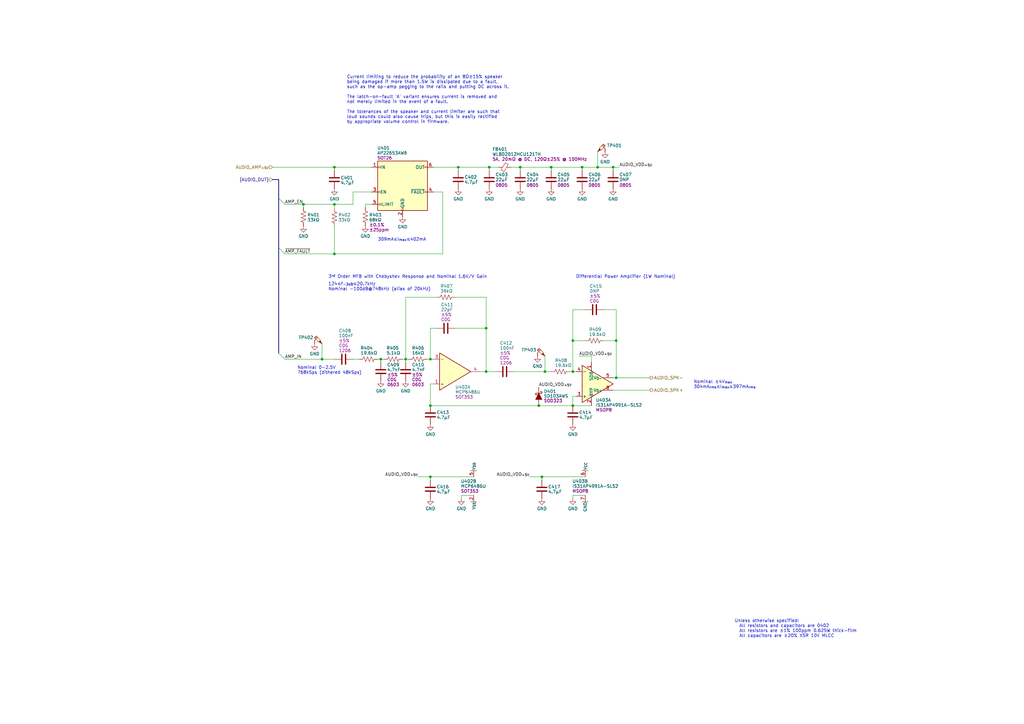
<source format=kicad_sch>
(kicad_sch (version 20230121) (generator eeschema)
  (paper "A3")
  (title_block (title "MSF Owl Clock - Audio Output Module") (date "June 2024") (rev "0.1") (company "Pete Restall <pete@restall.net>"))
  (lib_symbols
    (symbol "restall-generic-capacitors:capacitor-unpolarised" (pin_numbers hide) (pin_names (offset 0.254))
      (property "Reference" "C" (at 3.302 2.54 0))
      (property "Value" "capacitor-unpolarised" (at 3.302 0.762 0))
      (symbol "capacitor-unpolarised_0_1"
        (polyline (pts (xy -2.032 -0.762) (xy 2.032 -0.762)) (stroke (width 0.508)))
        (polyline (pts (xy -2.032 0.762) (xy 2.032 0.762)) (stroke (width 0.508)))
      )
      (symbol "capacitor-unpolarised_1_1"
        (pin passive line (at 0 3.81 270) (length 2.794) (name "~") (number "1"))
        (pin passive line (at 0 -3.81 90) (length 2.794) (name "~") (number "2"))
      )
    )
    (symbol "restall-generic-diodes:schottky" (pin_numbers hide) (pin_names (offset 1.016) hide)
      (property "Reference" "D" (at 0 2.54 0))
      (property "Value" "schottky" (at 0 -2.54 0))
      (property "Package" "???" (at 0 -4.572 0))
      (symbol "schottky_0_1"
        (polyline (pts (xy 1.27 0) (xy -1.27 0)))
        (polyline (pts (xy 1.27 1.27) (xy 1.27 -1.27) (xy -1.27 0) (xy 1.27 1.27)) (stroke (width 0.254)) (fill (type outline)))
        (polyline (pts (xy -1.905 0.635) (xy -1.905 1.27) (xy -1.27 1.27) (xy -1.27 -1.27) (xy -0.635 -1.27) (xy -0.635 -0.635)) (stroke (width 0.254)))
      )
      (symbol "schottky_1_1"
        (pin passive line (at -3.81 0 0) (length 2.54) (name "K") (number "1"))
        (pin passive line (at 3.81 0 180) (length 2.54) (name "A") (number "2"))
      )
    )
    (symbol "restall-generic-power:GND" (power) (pin_names (offset 0))
      (property "Value" "GND" (at 0 -3.81 0))
      (symbol "GND_0_1"
        (polyline (pts (xy 0 0) (xy 0 -1.27) (xy 1.27 -1.27) (xy 0 -2.54) (xy -1.27 -1.27) (xy 0 -1.27)))
      )
      (symbol "GND_1_1"
        (pin power_in line (at 0 0 270) (length 0) hide (name "GND") (number "1"))
      )
    )
    (symbol "restall-generic-resistors:resistor" (pin_numbers hide) (pin_names (offset 0))
      (property "Reference" "R" (at 1.778 2.032 0))
      (property "Value" "resistor" (at 1.778 0.508 0))
      (symbol "resistor_0_1"
        (polyline (pts (xy 0 -2.286) (xy 0 -2.54)))
        (polyline (pts (xy 0 2.286) (xy 0 2.54)))
        (polyline (pts (xy 0 -0.762) (xy 1.016 -1.143) (xy 0 -1.524) (xy -1.016 -1.905) (xy 0 -2.286)))
        (polyline (pts (xy 0 0.762) (xy 1.016 0.381) (xy 0 0) (xy -1.016 -0.381) (xy 0 -0.762)))
        (polyline (pts (xy 0 2.286) (xy 1.016 1.905) (xy 0 1.524) (xy -1.016 1.143) (xy 0 0.762)))
      )
      (symbol "resistor_1_1"
        (pin passive line (at 0 3.81 270) (length 1.27) (name "~") (number "1"))
        (pin passive line (at 0 -3.81 90) (length 1.27) (name "~") (number "2"))
      )
    )
    (symbol "restall-generic-test:testpoint-probe-with-gnd" (pin_numbers hide) (pin_names (offset 0.762) hide) (in_bom no)
      (property "Reference" "TP" (at 1.651 5.842 0))
      (symbol "testpoint-probe-with-gnd_0_1"
        (polyline (pts (xy 2.794 2.032) (xy 2.032 2.794)))
        (polyline (pts (xy 3.048 1.27) (xy 1.778 2.54)))
        (polyline (pts (xy 3.048 2.286) (xy 2.286 3.048)))
        (polyline (pts (xy 1.27 0.762) (xy 0 0) (xy 0.762 1.27) (xy 1.27 0.762)) (fill (type outline)))
        (polyline (pts (xy 1.397 0.635) (xy 0.635 1.397) (xy 2.413 3.175) (xy 3.175 2.413) (xy 1.397 0.635)) (fill (type background)))
      )
      (symbol "testpoint-probe-with-gnd_1_1"
        (pin passive line (at 0 0 90) (length 0) (name "1") (number "1"))
        (pin passive line (at 3.048 0 90) (length 1.27) (name "GND") (number "2"))
      )
    )
    (symbol "restall-manufacturer-diodes-inc:AP22653?W6" (pin_names (offset 1.016))
      (property "Reference" "U" (at -10.414 15.494 0))
      (property "Value" "AP22653?W6" (at -10.414 13.462 0))
      (property "Package" "SOT26" (at -10.414 11.43 0))
      (symbol "AP22653?W6_0_0"
        (rectangle (start -9.144 -7.366) (end -10.16 -7.874))
        (rectangle (start -9.144 -2.286) (end -10.16 -2.794))
        (rectangle (start -9.144 7.874) (end -10.16 7.366))
        (rectangle (start 0.254 -10.16) (end -0.254 -9.144))
        (rectangle (start 10.16 -2.286) (end 9.144 -2.794))
        (rectangle (start 10.16 7.874) (end 9.144 7.366))
      )
      (symbol "AP22653?W6_0_1"
        (rectangle (start -10.16 10.16) (end 10.16 -10.16) (stroke (width 0.254)) (fill (type background)))
      )
      (symbol "AP22653?W6_1_1"
        (pin power_in line (at -12.7 7.62 0) (length 2.54) (name "IN") (number "1"))
        (pin power_in line (at 0 -12.7 90) (length 2.54) (name "GND") (number "2"))
        (pin input line (at -12.7 -2.54 0) (length 2.54) (name "EN") (number "3"))
        (pin output line (at 12.7 -2.54 180) (length 2.54) (name "~{FAULT}") (number "4"))
        (pin passive line (at -12.7 -7.62 0) (length 2.54) (name "ILIMIT") (number "5"))
        (pin power_out line (at 12.7 7.62 180) (length 2.54) (name "OUT") (number "6"))
      )
    )
    (symbol "restall-manufacturer-lumissil:IS31AP4991A-?LS2" (pin_names (offset 0.127))
      (property "Reference" "U" (at 0 -5.588 0))
      (property "Value" "IS31AP4991A-?LS2" (at 0 -7.62 0))
      (symbol "IS31AP4991A-?LS2_1_1"
        (polyline (pts (xy -6.35 7.62) (xy 6.35 0) (xy -6.35 -7.62) (xy -6.35 7.62)) (stroke (width 0.254)) (fill (type background)))
        (pin input line (at -2.54 8.89 270) (length 3.56) (name "SDB") (number "1"))
        (pin passive line (at -2.54 -8.89 90) (length 3.56) (name "BYP") (number "2"))
        (pin input line (at -8.89 -5.08 0) (length 2.54) (name "+") (number "3"))
        (pin input line (at -8.89 5.08 0) (length 2.54) (name "-") (number "4"))
        (pin output line (at 6.35 2.54 180) (length 4.318) (name "V_{O-}") (number "5"))
        (pin output line (at 6.35 -2.54 180) (length 4.318) (name "V_{O+}") (number "8"))
      )
      (symbol "IS31AP4991A-?LS2_2_0"
        (pin power_in line (at 0 3.81 90) (length 2.54) (name "V_{CC}") (number "6"))
        (pin power_in line (at 0 -3.81 270) (length 2.54) (name "GND") (number "7"))
      )
      (symbol "IS31AP4991A-?LS2_2_1"
        (polyline (pts (xy -1.27 -6.35) (xy 1.27 -6.35)) (stroke (width 0.1524)))
        (polyline (pts (xy -1.27 6.35) (xy 1.27 6.35)) (stroke (width 0.1524)))
      )
    )
    (symbol "restall-manufacturer-microchip:MCP6486U?-?-?T" (pin_names (offset 0.127))
      (property "Reference" "U" (at 0 -5.588 0))
      (property "Value" "MCP6486U" (at 0 -7.62 0))
      (property "Package" "SOT353" (at 0 -9.652 0))
      (symbol "MCP6486U?-?-?T_1_1"
        (polyline (pts (xy -6.35 7.62) (xy 6.35 0) (xy -6.35 -7.62) (xy -6.35 7.62)) (stroke (width 0.254)) (fill (type background)))
        (pin input line (at -8.89 5.08 0) (length 2.54) (name "+") (number "1"))
        (pin input line (at -8.89 -5.08 0) (length 2.54) (name "-") (number "3"))
        (pin output line (at 10.16 0 180) (length 3.81) (name "") (number "4"))
      )
      (symbol "MCP6486U?-?-?T_2_0"
        (pin power_in line (at 0 -3.81 270) (length 2.54) (name "V_{SS}") (number "2"))
        (pin power_in line (at 0 3.81 90) (length 2.54) (name "V_{DD}") (number "5"))
      )
      (symbol "MCP6486U?-?-?T_2_1"
        (polyline (pts (xy -1.27 -6.35) (xy 1.27 -6.35)) (stroke (width 0.1524)))
        (polyline (pts (xy -1.27 6.35) (xy 1.27 6.35)) (stroke (width 0.1524)))
      )
    )
    (symbol "restall-manufacturer-walsin:WLBD2012HCU121TH" (pin_numbers hide) (pin_names (offset 0) hide)
      (property "Reference" "FB" (at 1.905 1.27 0))
      (property "Value" "WLBD2012HCU121TH" (at 1.905 -1.27 0))
      (symbol "WLBD2012HCU121TH_0_1"
        (polyline (pts (xy 0 -1.27) (xy 0 -0.7874)))
        (polyline (pts (xy 0 0.889) (xy 0 1.2954)))
        (polyline (pts (xy -1.8288 0.2794) (xy -1.1176 1.4986) (xy 1.8288 -0.2032) (xy 1.1176 -1.4224) (xy -1.8288 0.2794)))
      )
      (symbol "WLBD2012HCU121TH_1_1"
        (pin passive line (at 0 2.54 270) (length 1.27) (name "P1") (number "1") (alternate "P1_PWRIN" power_in line))
        (pin passive line (at 0 -2.54 90) (length 1.27) (name "P2") (number "2") (alternate "P2_PWROUT" power_out line))
      )
    )
  )
  (junction (at 234.95 139.7))
  (junction (at 156.21 147.32))
  (junction (at 166.37 147.32))
  (junction (at 220.98 166.37))
  (junction (at 137.16 104.14))
  (junction (at 187.96 68.58))
  (junction (at 222.25 195.58))
  (junction (at 200.66 68.58))
  (junction (at 176.53 195.58))
  (junction (at 252.73 154.94))
  (junction (at 251.46 68.58))
  (junction (at 176.53 166.37))
  (junction (at 234.95 166.37))
  (junction (at 252.73 139.7))
  (junction (at 245.11 68.58))
  (junction (at 132.08 147.32))
  (junction (at 199.39 152.4))
  (junction (at 199.39 134.62))
  (junction (at 226.06 68.58))
  (junction (at 176.53 147.32))
  (junction (at 124.46 83.82))
  (junction (at 234.95 152.4))
  (junction (at 137.16 83.82))
  (junction (at 238.76 68.58))
  (junction (at 223.52 152.4))
  (junction (at 137.16 68.58))
  (junction (at 213.36 68.58))
  (bus_entry (at 114.3 144.78) (size 2.54 2.54))
  (bus_entry (at 114.3 81.28) (size 2.54 2.54))
  (bus_entry (at 114.3 101.6) (size 2.54 2.54))
  (wire (pts (xy 156.21 147.32) (xy 156.21 148.59)))
  (wire (pts (xy 237.49 146.05) (xy 242.57 146.05)))
  (wire (pts (xy 238.76 68.58) (xy 245.11 68.58)))
  (wire (pts (xy 251.46 160.02) (xy 266.7 160.02)))
  (wire (pts (xy 137.16 83.82) (xy 137.16 85.344)))
  (wire (pts (xy 252.73 154.94) (xy 252.73 139.7)))
  (wire (pts (xy 217.17 195.58) (xy 222.25 195.58)))
  (wire (pts (xy 165.1 147.32) (xy 166.37 147.32)))
  (wire (pts (xy 220.98 166.37) (xy 234.95 166.37)))
  (wire (pts (xy 176.53 134.62) (xy 176.53 147.32)))
  (wire (pts (xy 186.69 121.92) (xy 199.39 121.92)))
  (wire (pts (xy 144.78 78.74) (xy 152.4 78.74)))
  (wire (pts (xy 177.8 78.74) (xy 181.61 78.74)))
  (wire (pts (xy 124.46 83.82) (xy 124.46 85.09)))
  (wire (pts (xy 175.26 147.32) (xy 176.53 147.32)))
  (wire (pts (xy 116.84 83.82) (xy 124.46 83.82)))
  (wire (pts (xy 251.46 154.94) (xy 252.73 154.94)))
  (wire (pts (xy 199.39 152.4) (xy 203.2 152.4)))
  (wire (pts (xy 186.69 134.62) (xy 199.39 134.62)))
  (wire (pts (xy 144.78 83.82) (xy 144.78 78.74)))
  (wire (pts (xy 189.23 203.2) (xy 194.31 203.2)))
  (wire (pts (xy 226.06 68.58) (xy 238.76 68.58)))
  (wire (pts (xy 234.95 166.37) (xy 242.57 166.37)))
  (wire (pts (xy 209.55 68.58) (xy 213.36 68.58)))
  (wire (pts (xy 132.08 140.97) (xy 132.08 147.32)))
  (wire (pts (xy 156.21 147.32) (xy 157.48 147.32)))
  (wire (pts (xy 199.39 134.62) (xy 199.39 152.4)))
  (wire (pts (xy 234.95 203.2) (xy 240.03 203.2)))
  (wire (pts (xy 247.65 127) (xy 252.73 127)))
  (bus (pts (xy 114.3 101.6) (xy 114.3 144.78)))
  (wire (pts (xy 245.11 62.23) (xy 245.11 68.58)))
  (wire (pts (xy 222.25 195.58) (xy 240.03 195.58)))
  (wire (pts (xy 166.37 147.32) (xy 166.37 148.59)))
  (wire (pts (xy 199.39 134.62) (xy 199.39 121.92)))
  (wire (pts (xy 222.25 196.85) (xy 222.25 195.58)))
  (wire (pts (xy 137.16 104.14) (xy 181.61 104.14)))
  (wire (pts (xy 213.36 68.58) (xy 226.06 68.58)))
  (wire (pts (xy 234.95 152.4) (xy 236.22 152.4)))
  (wire (pts (xy 176.53 157.48) (xy 176.53 166.37)))
  (wire (pts (xy 176.53 157.48) (xy 177.8 157.48)))
  (wire (pts (xy 111.76 68.58) (xy 137.16 68.58)))
  (wire (pts (xy 245.11 68.58) (xy 251.46 68.58)))
  (wire (pts (xy 144.78 147.32) (xy 147.32 147.32)))
  (wire (pts (xy 166.37 121.92) (xy 166.37 147.32)))
  (wire (pts (xy 166.37 147.32) (xy 167.64 147.32)))
  (wire (pts (xy 176.53 134.62) (xy 179.07 134.62)))
  (wire (pts (xy 200.66 68.58) (xy 200.66 69.85)))
  (wire (pts (xy 252.73 154.94) (xy 266.7 154.94)))
  (bus (pts (xy 114.3 81.28) (xy 114.3 101.6)))
  (wire (pts (xy 234.95 139.7) (xy 234.95 152.4)))
  (wire (pts (xy 137.16 92.964) (xy 137.16 104.14)))
  (wire (pts (xy 210.82 152.4) (xy 223.52 152.4)))
  (wire (pts (xy 200.66 68.58) (xy 204.47 68.58)))
  (bus (pts (xy 114.3 73.66) (xy 114.3 81.28)))
  (wire (pts (xy 137.16 68.58) (xy 137.16 69.85)))
  (wire (pts (xy 171.45 195.58) (xy 176.53 195.58)))
  (wire (pts (xy 213.36 68.58) (xy 213.36 69.85)))
  (wire (pts (xy 226.06 68.58) (xy 226.06 69.85)))
  (wire (pts (xy 179.07 121.92) (xy 166.37 121.92)))
  (wire (pts (xy 252.73 127) (xy 252.73 139.7)))
  (wire (pts (xy 176.53 195.58) (xy 194.31 195.58)))
  (wire (pts (xy 137.16 68.58) (xy 152.4 68.58)))
  (wire (pts (xy 176.53 196.85) (xy 176.53 195.58)))
  (wire (pts (xy 223.52 146.05) (xy 223.52 152.4)))
  (wire (pts (xy 177.8 68.58) (xy 187.96 68.58)))
  (wire (pts (xy 176.53 147.32) (xy 177.8 147.32)))
  (wire (pts (xy 247.65 139.7) (xy 252.73 139.7)))
  (bus (pts (xy 111.76 73.66) (xy 114.3 73.66)))
  (wire (pts (xy 187.96 68.58) (xy 200.66 68.58)))
  (wire (pts (xy 251.46 68.58) (xy 251.46 69.85)))
  (wire (pts (xy 187.96 68.58) (xy 187.96 69.85)))
  (wire (pts (xy 152.4 83.82) (xy 149.86 83.82)))
  (wire (pts (xy 196.85 152.4) (xy 199.39 152.4)))
  (wire (pts (xy 181.61 78.74) (xy 181.61 104.14)))
  (wire (pts (xy 144.78 83.82) (xy 137.16 83.82)))
  (wire (pts (xy 132.08 147.32) (xy 137.16 147.32)))
  (wire (pts (xy 124.46 83.82) (xy 137.16 83.82)))
  (wire (pts (xy 234.95 127) (xy 240.03 127)))
  (wire (pts (xy 234.95 162.56) (xy 234.95 166.37)))
  (wire (pts (xy 189.23 204.47) (xy 189.23 203.2)))
  (wire (pts (xy 176.53 166.37) (xy 220.98 166.37)))
  (wire (pts (xy 233.68 152.4) (xy 234.95 152.4)))
  (wire (pts (xy 234.95 139.7) (xy 234.95 127)))
  (wire (pts (xy 236.22 162.56) (xy 234.95 162.56)))
  (wire (pts (xy 251.46 68.58) (xy 254 68.58)))
  (wire (pts (xy 116.84 147.32) (xy 132.08 147.32)))
  (wire (pts (xy 149.86 83.82) (xy 149.86 85.09)))
  (wire (pts (xy 242.57 146.05) (xy 242.57 148.59)))
  (wire (pts (xy 154.94 147.32) (xy 156.21 147.32)))
  (wire (pts (xy 234.95 204.47) (xy 234.95 203.2)))
  (wire (pts (xy 226.06 152.4) (xy 223.52 152.4)))
  (wire (pts (xy 240.03 139.7) (xy 234.95 139.7)))
  (wire (pts (xy 238.76 68.58) (xy 238.76 69.85)))
  (wire (pts (xy 116.84 104.14) (xy 137.16 104.14)))
  (text "Differential Power Amplifier (1W Nominal)" (at 236.22 114.3 0) (effects (font (size 1.27 1.27)) (justify left bottom)))
  (text "3^{rd} Order MFB with Chebyshev Response and Nominal 1.6V/V Gain" (at 134.62 114.3 0) (effects (font (size 1.27 1.27)) (justify left bottom)))
  (text "Nominal ±4V_{max}\n304mA_{rms}≤I_{max}≤397mA_{rms}" (at 284.48 159.512 0) (effects (font (size 1.27 1.27)) (justify left bottom)))
  (text "Current limiting to reduce the probability of an 8Ω±15% speaker\nbeing damaged if more than 1.5W is dissipated due to a fault,\nsuch as the op-amp pegging to the rails and putting DC across it.\n\nThe latch-on-fault 'A' variant ensures current is removed and\nnot merely limited in the event of a fault.\n\nThe tolerances of the speaker and current limiter are such that\nloud sounds could also cause trips, but this is easily rectified\nby appropriate volume control in firmware." (at 142.24 50.8 0) (effects (font (size 1.27 1.27)) (justify left bottom)))
  (text "124≤f_{-3dB}≤20.7kHz\nNominal -100dB@748kHz (alias of 20kHz)" (at 134.62 119.38 0) (effects (font (size 1.27 1.27)) (justify left bottom)))
  (text "Nominal 0-2.5V\n768kSps (dithered 48kSps)" (at 121.92 153.67 0) (effects (font (size 1.27 1.27)) (justify left bottom)))
  (text "Unless otherwise specified:\n  All resistors and capacitors are 0402\n  All resistors are ±1% 100ppm 0.625W thick-film\n  All capacitors are ±20% X5R 10V MLCC " (at 301.244 261.62 0) (effects (font (size 1.27 1.27)) (justify left bottom)))
  (text "309mA≤I_{max}≤402mA" (at 154.94 99.06 0) (effects (font (size 1.27 1.27)) (justify left bottom)))
  (label "AMP_EN" (at 116.84 83.82 0))
  (label "AUDIO_VDD_{+5V}" (at 237.49 146.05 0))
  (label "AUDIO_VDD_{+5V}" (at 220.98 158.75 0))
  (label "~{AMP_FAULT}" (at 116.84 104.14 0))
  (label "AUDIO_VDD_{+5V}" (at 171.45 195.58 180))
  (label "AMP_IN" (at 116.84 147.32 0))
  (label "AUDIO_VDD_{+5V}" (at 217.17 195.58 180))
  (label "AUDIO_VDD_{+5V}" (at 254 68.58 0))
  (hierarchical_label "{AUDIO_OUT}" (shape input) (at 111.76 73.66 180))
  (hierarchical_label "AUDIO_SPK+" (shape output) (at 266.7 160.02 0))
  (hierarchical_label "AUDIO_SPK-" (shape output) (at 266.7 154.94 0))
  (hierarchical_label "AUDIO_AMP_{+5V}" (shape input) (at 111.76 68.58 180))
  (symbol (lib_id "restall-generic-capacitors:capacitor-unpolarised") (at 187.96 73.66 0) (unit 1)
    (property "Reference" "C402" (at 190.5 72.644 0) (effects (justify left)))
    (property "Value" "4.7μF" (at 190.5 74.676 0) (effects (justify left)))
    (property "Footprint" "restall-generic-capacitors:unpolarised-nominal-0402-1005" (effects hide))
    (property "Label" "4.7μF±20% 10V X5R" (effects hide))
    (property "Tolerance" "±20%" (effects hide))
    (property "VoltageRating" "10V" (effects hide))
    (property "TemperatureCoefficient" "X5R" (effects hide))
    (property "Dielectric" "MLCC" (effects hide))
    (property "Package" "0402" (effects hide))
    (property "Manufacturer" "Samsung" (effects hide))
    (property "ManufacturerPartNumber" "CL05A475MP5NRNC" (effects hide))
  )
  (symbol (lib_id "restall-generic-power:GND") (at 124.46 92.71 0) (unit 1)
    (property "Reference" "#PWR0160" (effects hide))
    (property "Value" "GND" (at 124.46 96.8431 0))
  )
  (symbol (lib_id "restall-generic-capacitors:capacitor-unpolarised") (at 226.06 73.66 0) (unit 1)
    (property "Reference" "C405" (at 228.6 71.628 0) (effects (justify left)))
    (property "Value" "22μF" (at 228.6 73.66 0) (effects (justify left)))
    (property "Footprint" "restall-generic-capacitors:unpolarised-nominal-0805-2012" (effects hide))
    (property "Datasheet" "https://product.samsungsem.com/mlcc/CL21A226MPQNNN.do" (effects hide))
    (property "Label" "22μF±20% 10V X5R" (effects hide))
    (property "Tolerance" "±20%" (effects hide))
    (property "VoltageRating" "10V" (effects hide))
    (property "TemperatureCoefficient" "X5R" (effects hide))
    (property "Dielectric" "MLCC" (effects hide))
    (property "Package" "0805" (at 228.6 75.946 0) (effects (justify left)))
    (property "Manufacturer" "Samsung" (effects hide))
    (property "ManufacturerPartNumber" "CL21A226MPQNNN" (effects hide))
  )
  (symbol (lib_id "restall-manufacturer-microchip:MCP6486U?-?-?T") (at 186.69 152.4 0) (mirror x) (unit 1)
    (property "Reference" "U402" (at 186.69 158.75 0) (effects (justify left)))
    (property "Value" "MCP6486U" (at 186.69 160.782 0) (effects (justify left)))
    (property "Footprint" "restall-generic-sot:SOT353" (effects hide))
    (property "Datasheet" "https://ww1.microchip.com/downloads/aemDocuments/documents/MSLD/ProductDocuments/DataSheets/MCP6486-Family-Data-Sheet-DS20006679.pdf" (effects hide))
    (property "Package" "SOT353" (at 186.69 162.814 0) (effects (justify left)))
    (property "Manufacturer" "Microchip" (effects hide))
    (property "ManufacturerPartNumber" "MCP6486UT-E-LT" (effects hide))
  )
  (symbol (lib_id "restall-generic-capacitors:capacitor-unpolarised") (at 182.88 134.62 90) (unit 1)
    (property "Reference" "C411" (at 180.848 124.968 90) (effects (justify right)))
    (property "Value" "22pF" (at 180.848 127 90) (effects (justify right)))
    (property "Footprint" "restall-generic-capacitors:unpolarised-nominal-0402-1005" (effects hide))
    (property "Label" "22pF±5% 10V C0G" (effects hide))
    (property "Tolerance" "±5%" (at 180.848 129.032 90) (effects (justify right)))
    (property "VoltageRating" "10V" (effects hide))
    (property "TemperatureCoefficient" "C0G" (at 180.848 131.064 90) (effects (justify right)))
    (property "Dielectric" "MLCC" (effects hide))
    (property "Package" "0402" (effects hide))
    (property "Manufacturer" "Murata" (effects hide))
    (property "ManufacturerPartNumber" "GCM1555C1H220FA16D" (effects hide))
    (property "Manufacturer2" "Murata" (effects hide))
    (property "Manufacturer2PartNumber" "GCM1555C1H220GA16D" (effects hide))
  )
  (symbol (lib_id "restall-generic-test:testpoint-probe-with-gnd") (at 132.08 140.97 0) (mirror y) (unit 1) (in_bom no)
    (property "Reference" "TP402" (at 122.428 138.43 0) (effects (justify right)))
    (property "Footprint" "restall-generic-test:testpoint-SP3050A-with-short-gnd" (effects hide))
  )
  (symbol (lib_id "restall-generic-capacitors:capacitor-unpolarised") (at 140.97 147.32 90) (unit 1)
    (property "Reference" "C408" (at 138.938 135.636 90) (effects (justify right)))
    (property "Value" "100nF" (at 138.938 137.668 90) (effects (justify right)))
    (property "Footprint" "restall-generic-capacitors:unpolarised-nominal-1206-3216" (effects hide))
    (property "Label" "100nF±5% 10V C0G" (effects hide))
    (property "Tolerance" "±5%" (at 138.938 139.7 90) (effects (justify right)))
    (property "VoltageRating" "10V" (effects hide))
    (property "TemperatureCoefficient" "C0G" (at 138.938 141.732 90) (effects (justify right)))
    (property "Dielectric" "MLCC" (effects hide))
    (property "Package" "1206" (at 138.938 143.764 90) (effects (justify right)))
    (property "Manufacturer" "Murata" (effects hide))
    (property "ManufacturerPartNumber" "GRM3195C1H104JA05D" (effects hide))
    (property "Manufacturer2" "Murata" (effects hide))
    (property "Manufacturer2PartNumber" "GRM3195C2A104JA01D" (effects hide))
  )
  (symbol (lib_id "restall-generic-resistors:resistor") (at 149.86 88.9 0) (unit 1)
    (property "Reference" "R403" (at 151.384 88.138 0) (effects (justify left)))
    (property "Value" "68kΩ" (at 151.384 90.17 0) (effects (justify left)))
    (property "Footprint" "restall-generic-resistors:nominal-0402-1005" (effects hide))
    (property "Label" "68kΩ±0.1% 0.0625W" (effects hide))
    (property "Tolerance" "±0.1%" (at 151.384 92.202 0) (effects (justify left)))
    (property "PowerRating" "0.0625W" (effects hide))
    (property "TemperatureCoefficient" "±25ppm" (at 151.384 94.234 0) (effects (justify left)))
    (property "Construction" "Thick Film" (effects hide))
    (property "Package" "0402" (effects hide))
    (property "Manufacturer" "KOA Speer" (effects hide))
    (property "ManufacturerPartNumber" "RN73R1ETTP6802B25" (effects hide))
    (property "Manufacturer2" "Yageo" (effects hide))
    (property "Manufacturer2PartNumber" "RT0402BRD0768KL" (effects hide))
  )
  (symbol (lib_id "restall-generic-power:GND") (at 220.472 146.05 0) (unit 1)
    (property "Reference" "#PWR0277" (effects hide))
    (property "Value" "GND" (at 220.472 150.1831 0))
  )
  (symbol (lib_id "restall-generic-resistors:resistor") (at 151.13 147.32 90) (unit 1)
    (property "Reference" "R404" (at 147.828 142.748 90) (effects (justify right)))
    (property "Value" "19.6kΩ" (at 147.828 144.78 90) (effects (justify right)))
    (property "Footprint" "restall-generic-resistors:nominal-0402-1005" (effects hide))
    (property "Label" "19.6kΩ±1% 0.0625W" (effects hide))
    (property "Tolerance" "±1%" (effects hide))
    (property "PowerRating" "0.0625W" (effects hide))
    (property "TemperatureCoefficient" "±100ppm" (effects hide))
    (property "Construction" "Thick Film" (effects hide))
    (property "Package" "0402" (effects hide))
    (property "Manufacturer" "Walsin" (effects hide))
    (property "ManufacturerPartNumber" "WR04X1962FTL" (effects hide))
    (property "Manufacturer2" "Yageo" (effects hide))
    (property "Manufacturer2PartNumber" "RC0402FR-0719K6L" (effects hide))
  )
  (symbol (lib_id "restall-manufacturer-diodes-inc:AP22653?W6") (at 165.1 76.2 0) (unit 1)
    (property "Reference" "U401" (at 154.686 60.706 0) (effects (justify left)))
    (property "Value" "AP22653AW6" (at 154.686 62.738 0) (effects (justify left)))
    (property "Footprint" "restall-manufacturer-diodes-inc:SOT26" (effects hide))
    (property "Datasheet" "https://www.diodes.com/assets/Datasheets/AP22652_53_52A_53A.pdf" (effects hide))
    (property "Package" "SOT26" (at 154.686 64.77 0) (effects (justify left)))
    (property "Manufacturer" "Diodes Incorporated" (effects hide))
    (property "ManufacturerPartNumber" "AP22653AW6-7" (effects hide))
  )
  (symbol (lib_id "restall-generic-power:GND") (at 176.53 173.99 0) (unit 1)
    (property "Reference" "#PWR0173" (effects hide))
    (property "Value" "GND" (at 176.53 178.1231 0))
  )
  (symbol (lib_id "restall-generic-power:GND") (at 129.032 140.97 0) (unit 1)
    (property "Reference" "#PWR0276" (effects hide))
    (property "Value" "GND" (at 129.032 145.1031 0))
  )
  (symbol (lib_id "restall-generic-capacitors:capacitor-unpolarised") (at 156.21 152.4 180) (unit 1)
    (property "Reference" "C409" (at 158.75 149.606 0) (effects (justify right)))
    (property "Value" "4.7nF" (at 158.75 151.638 0) (effects (justify right)))
    (property "Footprint" "restall-generic-capacitors:unpolarised-nominal-0603-1608" (effects hide))
    (property "Datasheet" "https://www.yageo.com/en/Chart/Download/pdf/CC0603FRNPO9BN472" (effects hide))
    (property "Label" "4.7nF±5% 10V C0G" (effects hide))
    (property "Tolerance" "±5%" (at 158.75 153.67 0) (effects (justify right)))
    (property "VoltageRating" "10V" (effects hide))
    (property "TemperatureCoefficient" "C0G" (at 158.75 155.702 0) (effects (justify right)))
    (property "Dielectric" "MLCC" (effects hide))
    (property "Package" "0603" (at 158.75 157.734 0) (effects (justify right)))
    (property "Manufacturer" "Yageo" (effects hide))
    (property "ManufacturerPartNumber" "CC0603FRNPO9BN472" (effects hide))
    (property "Manufacturer2" "Murata" (effects hide))
    (property "Manufacturer2PartNumber" "GCM1885C1H472GA16D" (effects hide))
  )
  (symbol (lib_id "restall-generic-power:GND") (at 137.16 77.47 0) (unit 1)
    (property "Reference" "#PWR0165" (effects hide))
    (property "Value" "GND" (at 137.16 81.6031 0))
  )
  (symbol (lib_id "restall-generic-resistors:resistor") (at 137.16 89.154 0) (unit 1)
    (property "Reference" "R402" (at 138.684 88.138 0) (effects (justify left)))
    (property "Value" "33kΩ" (at 138.684 90.17 0) (effects (justify left)))
    (property "Footprint" "restall-generic-resistors:nominal-0402-1005" (effects hide))
    (property "Label" "33kΩ±1% 0.0625W" (effects hide))
    (property "Tolerance" "±1%" (effects hide))
    (property "PowerRating" "0.0625W" (effects hide))
    (property "TemperatureCoefficient" "±100ppm" (effects hide))
    (property "Construction" "Thick Film" (effects hide))
    (property "Package" "0402" (effects hide))
    (property "Manufacturer" "Walsin" (effects hide))
    (property "ManufacturerPartNumber" "WR04X3302FTL" (effects hide))
    (property "Manufacturer2" "Yageo" (effects hide))
    (property "Manufacturer2PartNumber" "RC0402FR-0733KL" (effects hide))
  )
  (symbol (lib_id "restall-generic-diodes:schottky") (at 220.98 162.56 270) (unit 1)
    (property "Reference" "D401" (at 223.012 160.528 90) (effects (justify left)))
    (property "Value" "SD103AWS" (at 223.012 162.4218 90) (effects (justify left)))
    (property "Footprint" "restall-generic-sot:SOD323" (effects hide))
    (property "Datasheet" "https://mm.digikey.com/Volume0/opasdata/d220001/medias/docus/5534/SD103AWS%20thru%20SD103CWS.pdf" (effects hide))
    (property "Package" "SOD323" (at 223.012 164.338 90) (effects (justify left)))
    (property "Manufacturer" "Evvo Semi" (effects hide))
    (property "ManufacturerPartNumber" "SD103AWS" (effects hide))
    (property "Manufacturer2" "Anbon Semiconductor" (effects hide))
    (property "Manufacturer2PartNumber" "SD103AWS" (effects hide))
  )
  (symbol (lib_id "restall-generic-power:GND") (at 222.25 204.47 0) (unit 1)
    (property "Reference" "#PWR0162" (effects hide))
    (property "Value" "GND" (at 222.25 208.6031 0))
  )
  (symbol (lib_id "restall-generic-power:GND") (at 156.21 156.21 0) (unit 1)
    (property "Reference" "#PWR0170" (effects hide))
    (property "Value" "GND" (at 156.21 160.3431 0))
  )
  (symbol (lib_id "restall-generic-power:GND") (at 226.06 77.47 0) (unit 1)
    (property "Reference" "#PWR0122" (effects hide))
    (property "Value" "GND" (at 226.06 81.6031 0))
  )
  (symbol (lib_id "restall-generic-capacitors:capacitor-unpolarised") (at 200.66 73.66 0) (unit 1)
    (property "Reference" "C403" (at 203.2 71.628 0) (effects (justify left)))
    (property "Value" "22μF" (at 203.2 73.66 0) (effects (justify left)))
    (property "Footprint" "restall-generic-capacitors:unpolarised-nominal-0805-2012" (effects hide))
    (property "Datasheet" "https://product.samsungsem.com/mlcc/CL21A226MPQNNN.do" (effects hide))
    (property "Label" "22μF±20% 10V X5R" (effects hide))
    (property "Tolerance" "±20%" (effects hide))
    (property "VoltageRating" "10V" (effects hide))
    (property "TemperatureCoefficient" "X5R" (effects hide))
    (property "Dielectric" "MLCC" (effects hide))
    (property "Package" "0805" (at 203.2 75.946 0) (effects (justify left)))
    (property "Manufacturer" "Samsung" (effects hide))
    (property "ManufacturerPartNumber" "CL21A226MPQNNN" (effects hide))
  )
  (symbol (lib_id "restall-generic-power:GND") (at 234.95 204.47 0) (unit 1)
    (property "Reference" "#PWR0161" (effects hide))
    (property "Value" "GND" (at 234.95 208.6031 0))
  )
  (symbol (lib_id "restall-generic-power:GND") (at 234.95 173.99 0) (unit 1)
    (property "Reference" "#PWR0163" (effects hide))
    (property "Value" "GND" (at 234.95 178.1231 0))
  )
  (symbol (lib_id "restall-generic-resistors:resistor") (at 182.88 121.92 90) (unit 1)
    (property "Reference" "R407" (at 180.594 117.348 90) (effects (justify right)))
    (property "Value" "39kΩ" (at 180.594 119.38 90) (effects (justify right)))
    (property "Footprint" "restall-generic-resistors:nominal-0402-1005" (effects hide))
    (property "Label" "39kΩ±1% 0.0625W" (effects hide))
    (property "Tolerance" "±1%" (effects hide))
    (property "PowerRating" "0.0625W" (effects hide))
    (property "TemperatureCoefficient" "±100ppm" (effects hide))
    (property "Construction" "Thick Film" (effects hide))
    (property "Package" "0402" (effects hide))
    (property "Manufacturer" "Yageo" (effects hide))
    (property "ManufacturerPartNumber" "RC0402FR-0739KL" (effects hide))
    (property "Manufacturer2" "Yageo" (effects hide))
    (property "Manufacturer2PartNumber" "AC0402DR-0739KL" (effects hide))
  )
  (symbol (lib_id "restall-generic-power:GND") (at 200.66 77.47 0) (unit 1)
    (property "Reference" "#PWR0167" (effects hide))
    (property "Value" "GND" (at 200.66 81.6031 0))
  )
  (symbol (lib_id "restall-manufacturer-lumissil:IS31AP4991A-?LS2") (at 245.11 157.48 0) (unit 1)
    (property "Reference" "U403" (at 244.348 164.084 0) (effects (justify left)))
    (property "Value" "IS31AP4991A-SLS2" (at 244.348 166.116 0) (effects (justify left)))
    (property "Footprint" "restall-generic-sop:MSOP8-3x3mm-0.65mm" (effects hide))
    (property "Datasheet" "https://www.lumissil.com/assets/pdf/core/IS31AP4991A_DS.pdf" (effects hide))
    (property "Package" "MSOP8" (at 244.348 168.148 0) (effects (justify left)))
    (property "Manufacturer" "Lumissil Microsystems" (effects hide))
    (property "ManufacturerPartNumber" "IS31AP4991A-SLS2-TR" (effects hide))
  )
  (symbol (lib_id "restall-generic-capacitors:capacitor-unpolarised") (at 207.01 152.4 90) (unit 1)
    (property "Reference" "C412" (at 204.978 140.716 90) (effects (justify right)))
    (property "Value" "100nF" (at 204.978 142.748 90) (effects (justify right)))
    (property "Footprint" "restall-generic-capacitors:unpolarised-nominal-1206-3216" (effects hide))
    (property "Label" "100nF±5% 10V C0G" (effects hide))
    (property "Tolerance" "±5%" (at 204.978 144.78 90) (effects (justify right)))
    (property "VoltageRating" "10V" (effects hide))
    (property "TemperatureCoefficient" "C0G" (at 204.978 146.812 90) (effects (justify right)))
    (property "Dielectric" "MLCC" (effects hide))
    (property "Package" "1206" (at 204.978 148.844 90) (effects (justify right)))
    (property "Manufacturer" "Murata" (effects hide))
    (property "ManufacturerPartNumber" "GRM3195C1H104JA05D" (effects hide))
    (property "Manufacturer2" "Murata" (effects hide))
    (property "Manufacturer2PartNumber" "GRM3195C2A104JA01D" (effects hide))
  )
  (symbol (lib_id "restall-generic-capacitors:capacitor-unpolarised") (at 251.46 73.66 0) (unit 1) (in_bom no)
    (property "Reference" "C407" (at 254 71.628 0) (effects (justify left)))
    (property "Value" "DNP" (at 254 73.66 0) (effects (justify left)))
    (property "Footprint" "restall-generic-capacitors:unpolarised-nominal-0805-2012" (effects hide))
    (property "Datasheet" "https://product.samsungsem.com/mlcc/CL21A226MPQNNN.do" (effects hide))
    (property "Label" "22μF±20% 10V X5R" (effects hide))
    (property "Tolerance" "±20%" (effects hide))
    (property "VoltageRating" "10V" (effects hide))
    (property "TemperatureCoefficient" "X5R" (effects hide))
    (property "Dielectric" "MLCC" (effects hide))
    (property "Package" "0805" (at 254 75.946 0) (effects (justify left)))
    (property "Manufacturer" "Samsung" (effects hide))
    (property "ManufacturerPartNumber" "CL21A226MPQNNN" (effects hide))
  )
  (symbol (lib_id "restall-generic-power:GND") (at 189.23 204.47 0) (unit 1)
    (property "Reference" "#PWR0172" (effects hide))
    (property "Value" "GND" (at 189.23 208.6031 0))
  )
  (symbol (lib_id "restall-generic-capacitors:capacitor-unpolarised") (at 176.53 200.66 0) (unit 1)
    (property "Reference" "C416" (at 179.07 199.644 0) (effects (justify left)))
    (property "Value" "4.7μF" (at 179.07 201.676 0) (effects (justify left)))
    (property "Footprint" "restall-generic-capacitors:unpolarised-nominal-0402-1005" (effects hide))
    (property "Label" "4.7μF±20% 10V X5R" (effects hide))
    (property "Tolerance" "±20%" (effects hide))
    (property "VoltageRating" "10V" (effects hide))
    (property "TemperatureCoefficient" "X5R" (effects hide))
    (property "Dielectric" "MLCC" (effects hide))
    (property "Package" "0402" (effects hide))
    (property "Manufacturer" "Samsung" (effects hide))
    (property "ManufacturerPartNumber" "CL05A475MP5NRNC" (effects hide))
  )
  (symbol (lib_id "restall-generic-capacitors:capacitor-unpolarised") (at 222.25 200.66 0) (unit 1)
    (property "Reference" "C417" (at 224.79 199.644 0) (effects (justify left)))
    (property "Value" "4.7μF" (at 224.79 201.676 0) (effects (justify left)))
    (property "Footprint" "restall-generic-capacitors:unpolarised-nominal-0402-1005" (effects hide))
    (property "Label" "4.7μF±20% 10V X5R" (effects hide))
    (property "Tolerance" "±20%" (effects hide))
    (property "VoltageRating" "10V" (effects hide))
    (property "TemperatureCoefficient" "X5R" (effects hide))
    (property "Dielectric" "MLCC" (effects hide))
    (property "Package" "0402" (effects hide))
    (property "Manufacturer" "Samsung" (effects hide))
    (property "ManufacturerPartNumber" "CL05A475MP5NRNC" (effects hide))
  )
  (symbol (lib_id "restall-generic-resistors:resistor") (at 229.87 152.4 90) (unit 1)
    (property "Reference" "R408" (at 227.584 147.828 90) (effects (justify right)))
    (property "Value" "19.6kΩ" (at 227.584 149.86 90) (effects (justify right)))
    (property "Footprint" "restall-generic-resistors:nominal-0402-1005" (effects hide))
    (property "Label" "19.6kΩ±1% 0.0625W" (effects hide))
    (property "Tolerance" "±1%" (effects hide))
    (property "PowerRating" "0.0625W" (effects hide))
    (property "TemperatureCoefficient" "±100ppm" (effects hide))
    (property "Construction" "Thick Film" (effects hide))
    (property "Package" "0402" (effects hide))
    (property "Manufacturer" "Walsin" (effects hide))
    (property "ManufacturerPartNumber" "WR04X1962FTL" (effects hide))
    (property "Manufacturer2" "Yageo" (effects hide))
    (property "Manufacturer2PartNumber" "RC0402FR-0719K6L" (effects hide))
  )
  (symbol (lib_id "restall-generic-resistors:resistor") (at 124.46 88.9 0) (unit 1)
    (property "Reference" "R401" (at 125.984 88.138 0) (effects (justify left)))
    (property "Value" "33kΩ" (at 125.984 90.17 0) (effects (justify left)))
    (property "Footprint" "restall-generic-resistors:nominal-0402-1005" (effects hide))
    (property "Label" "33kΩ±1% 0.0625W" (effects hide))
    (property "Tolerance" "±1%" (effects hide))
    (property "PowerRating" "0.0625W" (effects hide))
    (property "TemperatureCoefficient" "±100ppm" (effects hide))
    (property "Construction" "Thick Film" (effects hide))
    (property "Package" "0402" (effects hide))
    (property "Manufacturer" "Walsin" (effects hide))
    (property "ManufacturerPartNumber" "WR04X3302FTL" (effects hide))
    (property "Manufacturer2" "Yageo" (effects hide))
    (property "Manufacturer2PartNumber" "RC0402FR-0733KL" (effects hide))
  )
  (symbol (lib_id "restall-generic-power:GND") (at 149.86 92.71 0) (unit 1)
    (property "Reference" "#PWR0164" (effects hide))
    (property "Value" "GND" (at 149.86 96.8431 0))
  )
  (symbol (lib_id "restall-generic-test:testpoint-probe-with-gnd") (at 245.11 62.23 0) (unit 1) (in_bom no)
    (property "Reference" "TP401" (at 248.92 59.69 0) (effects (justify left)))
    (property "Footprint" "restall-generic-test:testpoint-SP3050A-with-short-gnd" (effects hide))
  )
  (symbol (lib_id "restall-generic-power:GND") (at 166.37 156.21 0) (unit 1)
    (property "Reference" "#PWR0169" (effects hide))
    (property "Value" "GND" (at 166.37 160.3431 0))
  )
  (symbol (lib_id "restall-generic-power:GND") (at 213.36 77.47 0) (unit 1)
    (property "Reference" "#PWR0121" (effects hide))
    (property "Value" "GND" (at 213.36 81.6031 0))
  )
  (symbol (lib_id "restall-generic-capacitors:capacitor-unpolarised") (at 234.95 170.18 0) (unit 1)
    (property "Reference" "C414" (at 237.49 169.164 0) (effects (justify left)))
    (property "Value" "4.7μF" (at 237.49 171.196 0) (effects (justify left)))
    (property "Footprint" "restall-generic-capacitors:unpolarised-nominal-0402-1005" (effects hide))
    (property "Label" "4.7μF±20% 10V X5R" (effects hide))
    (property "Tolerance" "±20%" (effects hide))
    (property "VoltageRating" "10V" (effects hide))
    (property "TemperatureCoefficient" "X5R" (effects hide))
    (property "Dielectric" "MLCC" (effects hide))
    (property "Package" "0402" (effects hide))
    (property "Manufacturer" "Samsung" (effects hide))
    (property "ManufacturerPartNumber" "CL05A475MP5NRNC" (effects hide))
  )
  (symbol (lib_id "restall-generic-capacitors:capacitor-unpolarised") (at 243.84 127 90) (unit 1) (in_bom no)
    (property "Reference" "C415" (at 241.808 117.348 90) (effects (justify right)))
    (property "Value" "DNP" (at 241.808 119.38 90) (effects (justify right)))
    (property "Footprint" "restall-generic-capacitors:unpolarised-nominal-0402-1005" (effects hide))
    (property "Label" "??pF±5% 10V C0G" (effects hide))
    (property "Tolerance" "±5%" (at 241.808 121.412 90) (effects (justify right)))
    (property "VoltageRating" "10V" (effects hide))
    (property "TemperatureCoefficient" "C0G" (at 241.808 123.444 90) (effects (justify right)))
    (property "Dielectric" "MLCC" (effects hide))
    (property "Package" "0402" (effects hide))
  )
  (symbol (lib_id "restall-generic-test:testpoint-probe-with-gnd") (at 223.52 146.05 0) (mirror y) (unit 1) (in_bom no)
    (property "Reference" "TP403" (at 213.868 143.51 0) (effects (justify right)))
    (property "Footprint" "restall-generic-test:testpoint-SP3050A-with-short-gnd" (effects hide))
  )
  (symbol (lib_id "restall-generic-power:GND") (at 251.46 77.47 0) (unit 1)
    (property "Reference" "#PWR0168" (effects hide))
    (property "Value" "GND" (at 251.46 81.6031 0))
  )
  (symbol (lib_id "restall-generic-capacitors:capacitor-unpolarised") (at 238.76 73.66 0) (unit 1)
    (property "Reference" "C406" (at 241.3 71.628 0) (effects (justify left)))
    (property "Value" "22μF" (at 241.3 73.66 0) (effects (justify left)))
    (property "Footprint" "restall-generic-capacitors:unpolarised-nominal-0805-2012" (effects hide))
    (property "Datasheet" "https://product.samsungsem.com/mlcc/CL21A226MPQNNN.do" (effects hide))
    (property "Label" "22μF±20% 10V X5R" (effects hide))
    (property "Tolerance" "±20%" (effects hide))
    (property "VoltageRating" "10V" (effects hide))
    (property "TemperatureCoefficient" "X5R" (effects hide))
    (property "Dielectric" "MLCC" (effects hide))
    (property "Package" "0805" (at 241.3 75.946 0) (effects (justify left)))
    (property "Manufacturer" "Samsung" (effects hide))
    (property "ManufacturerPartNumber" "CL21A226MPQNNN" (effects hide))
  )
  (symbol (lib_id "restall-manufacturer-walsin:WLBD2012HCU121TH") (at 207.01 68.58 90) (unit 1)
    (property "Reference" "FB401" (at 201.93 61.214 90) (effects (justify right)))
    (property "Value" "WLBD2012HCU121TH" (at 201.93 63.246 90) (effects (justify right)))
    (property "Footprint" "restall-manufacturer-walsin:WLBD2012" (effects hide))
    (property "Datasheet" "https://www.passivecomponent.com/wp-content/uploads/inductor/WLBD1005-4532_HC.pdf" (effects hide))
    (property "Label" "5A, 20mΩ @ DC, 120Ω±25% @ 100MHz" (at 201.93 65.278 90) (effects (justify right)))
    (property "DCR" "20mΩ" (effects hide))
    (property "I_{MAX}" "5A" (effects hide))
    (property "Impedance" "120Ω @ 100MHz" (effects hide))
    (property "Tolerance" "±25%" (effects hide))
    (property "Manufacturer" "Walsin Technology" (effects hide))
    (property "ManufacturerPartNumber" "WLBD2012HCU121TH" (effects hide))
    (property "Package" "WLBD2012" (effects hide))
    (pin "1" (alternate "P1_PWRIN"))
    (pin "2" (alternate "P2_PWROUT"))
  )
  (symbol (lib_id "restall-generic-power:GND") (at 238.76 77.47 0) (unit 1)
    (property "Reference" "#PWR0123" (effects hide))
    (property "Value" "GND" (at 238.76 81.6031 0))
  )
  (symbol (lib_id "restall-generic-capacitors:capacitor-unpolarised") (at 176.53 170.18 0) (unit 1)
    (property "Reference" "C413" (at 179.07 169.164 0) (effects (justify left)))
    (property "Value" "4.7μF" (at 179.07 171.196 0) (effects (justify left)))
    (property "Footprint" "restall-generic-capacitors:unpolarised-nominal-0402-1005" (effects hide))
    (property "Label" "4.7μF±20% 10V X5R" (effects hide))
    (property "Tolerance" "±20%" (effects hide))
    (property "VoltageRating" "10V" (effects hide))
    (property "TemperatureCoefficient" "X5R" (effects hide))
    (property "Dielectric" "MLCC" (effects hide))
    (property "Package" "0402" (effects hide))
    (property "Manufacturer" "Samsung" (effects hide))
    (property "ManufacturerPartNumber" "CL05A475MP5NRNC" (effects hide))
  )
  (symbol (lib_id "restall-generic-power:GND") (at 248.158 62.23 0) (unit 1)
    (property "Reference" "#PWR0105" (effects hide))
    (property "Value" "GND" (at 248.158 66.3631 0))
  )
  (symbol (lib_id "restall-generic-resistors:resistor") (at 171.45 147.32 90) (unit 1)
    (property "Reference" "R406" (at 168.91 142.748 90) (effects (justify right)))
    (property "Value" "16kΩ" (at 168.91 144.78 90) (effects (justify right)))
    (property "Footprint" "restall-generic-resistors:nominal-0402-1005" (effects hide))
    (property "Label" "16kΩ±1% 0.0625W" (effects hide))
    (property "Tolerance" "±1%" (effects hide))
    (property "PowerRating" "0.0625W" (effects hide))
    (property "TemperatureCoefficient" "±100ppm" (effects hide))
    (property "Construction" "Thick Film" (effects hide))
    (property "Package" "0402" (effects hide))
    (property "Manufacturer" "Yageo" (effects hide))
    (property "ManufacturerPartNumber" "RC0402FR-0716KL" (effects hide))
    (property "Manufacturer2" "Panasonic" (effects hide))
    (property "Manufacturer2PartNumber" "ERJ2RKF1602X" (effects hide))
  )
  (symbol (lib_id "restall-generic-resistors:resistor") (at 161.29 147.32 90) (unit 1)
    (property "Reference" "R405" (at 158.496 142.748 90) (effects (justify right)))
    (property "Value" "5.1kΩ" (at 158.496 144.78 90) (effects (justify right)))
    (property "Footprint" "restall-generic-resistors:nominal-0402-1005" (effects hide))
    (property "Label" "5.1kΩ±1% 0.0625W" (effects hide))
    (property "Tolerance" "±1%" (effects hide))
    (property "PowerRating" "0.0625W" (effects hide))
    (property "TemperatureCoefficient" "±100ppm" (effects hide))
    (property "Construction" "Thick Film" (effects hide))
    (property "Package" "0402" (effects hide))
    (property "Manufacturer" "Walsin" (effects hide))
    (property "ManufacturerPartNumber" "WR04X5101FTL" (effects hide))
    (property "Manufacturer2" "Yageo" (effects hide))
    (property "Manufacturer2PartNumber" "RC0402FR-075K1L" (effects hide))
  )
  (symbol (lib_id "restall-generic-capacitors:capacitor-unpolarised") (at 137.16 73.66 0) (unit 1)
    (property "Reference" "C401" (at 139.7 72.898 0) (effects (justify left)))
    (property "Value" "4.7μF" (at 139.7 74.93 0) (effects (justify left)))
    (property "Footprint" "restall-generic-capacitors:unpolarised-nominal-0402-1005" (effects hide))
    (property "Label" "4.7μF±20% 10V X5R" (effects hide))
    (property "Tolerance" "±20%" (effects hide))
    (property "VoltageRating" "10V" (effects hide))
    (property "TemperatureCoefficient" "X5R" (effects hide))
    (property "Dielectric" "MLCC" (effects hide))
    (property "Package" "0402" (effects hide))
    (property "Manufacturer" "Samsung" (effects hide))
    (property "ManufacturerPartNumber" "CL05A475MP5NRNC" (effects hide))
  )
  (symbol (lib_id "restall-manufacturer-microchip:MCP6486U?-?-?T") (at 194.31 199.39 0) (unit 2)
    (property "Reference" "U402" (at 188.976 197.358 0) (effects (justify left)))
    (property "Value" "MCP6486U" (at 188.976 199.39 0) (effects (justify left)))
    (property "Footprint" "restall-generic-sot:SOT353" (effects hide))
    (property "Datasheet" "https://ww1.microchip.com/downloads/aemDocuments/documents/MSLD/ProductDocuments/DataSheets/MCP6486-Family-Data-Sheet-DS20006679.pdf" (effects hide))
    (property "Package" "SOT353" (at 188.976 201.422 0) (effects (justify left)))
    (property "Manufacturer" "Microchip" (effects hide))
    (property "ManufacturerPartNumber" "MCP6486UT-E-LT" (effects hide))
  )
  (symbol (lib_id "restall-generic-resistors:resistor") (at 243.84 139.7 90) (unit 1)
    (property "Reference" "R409" (at 241.554 135.128 90) (effects (justify right)))
    (property "Value" "19.6kΩ" (at 241.554 137.16 90) (effects (justify right)))
    (property "Footprint" "restall-generic-resistors:nominal-0402-1005" (effects hide))
    (property "Label" "19.6kΩ±1% 0.0625W" (effects hide))
    (property "Tolerance" "±1%" (effects hide))
    (property "PowerRating" "0.0625W" (effects hide))
    (property "TemperatureCoefficient" "±100ppm" (effects hide))
    (property "Construction" "Thick Film" (effects hide))
    (property "Package" "0402" (effects hide))
    (property "Manufacturer" "Walsin" (effects hide))
    (property "ManufacturerPartNumber" "WR04X1962FTL" (effects hide))
    (property "Manufacturer2" "Yageo" (effects hide))
    (property "Manufacturer2PartNumber" "RC0402FR-0719K6L" (effects hide))
  )
  (symbol (lib_id "restall-generic-capacitors:capacitor-unpolarised") (at 213.36 73.66 0) (unit 1)
    (property "Reference" "C404" (at 215.9 71.628 0) (effects (justify left)))
    (property "Value" "22μF" (at 215.9 73.66 0) (effects (justify left)))
    (property "Footprint" "restall-generic-capacitors:unpolarised-nominal-0805-2012" (effects hide))
    (property "Datasheet" "https://product.samsungsem.com/mlcc/CL21A226MPQNNN.do" (effects hide))
    (property "Label" "22μF±20% 10V X5R" (effects hide))
    (property "Tolerance" "±20%" (effects hide))
    (property "VoltageRating" "10V" (effects hide))
    (property "TemperatureCoefficient" "X5R" (effects hide))
    (property "Dielectric" "MLCC" (effects hide))
    (property "Package" "0805" (at 215.9 75.946 0) (effects (justify left)))
    (property "Manufacturer" "Samsung" (effects hide))
    (property "ManufacturerPartNumber" "CL21A226MPQNNN" (effects hide))
  )
  (symbol (lib_id "restall-generic-power:GND") (at 176.53 204.47 0) (unit 1)
    (property "Reference" "#PWR0171" (effects hide))
    (property "Value" "GND" (at 176.53 208.6031 0))
  )
  (symbol (lib_id "restall-generic-power:GND") (at 165.1 88.9 0) (unit 1)
    (property "Reference" "#PWR0124" (effects hide))
    (property "Value" "GND" (at 165.1 93.0331 0))
  )
  (symbol (lib_id "restall-generic-capacitors:capacitor-unpolarised") (at 166.37 152.4 180) (unit 1)
    (property "Reference" "C410" (at 168.91 149.606 0) (effects (justify right)))
    (property "Value" "4.7nF" (at 168.91 151.638 0) (effects (justify right)))
    (property "Footprint" "restall-generic-capacitors:unpolarised-nominal-0603-1608" (effects hide))
    (property "Datasheet" "https://www.yageo.com/en/Chart/Download/pdf/CC0603FRNPO9BN472" (effects hide))
    (property "Label" "4.7nF±5% 10V C0G" (effects hide))
    (property "Tolerance" "±5%" (at 168.91 153.67 0) (effects (justify right)))
    (property "VoltageRating" "10V" (effects hide))
    (property "TemperatureCoefficient" "C0G" (at 168.91 155.702 0) (effects (justify right)))
    (property "Dielectric" "MLCC" (effects hide))
    (property "Package" "0603" (at 168.91 157.734 0) (effects (justify right)))
    (property "Manufacturer" "Yageo" (effects hide))
    (property "ManufacturerPartNumber" "CC0603FRNPO9BN472" (effects hide))
    (property "Manufacturer2" "Murata" (effects hide))
    (property "Manufacturer2PartNumber" "GCM1885C1H472GA16D" (effects hide))
  )
  (symbol (lib_id "restall-manufacturer-lumissil:IS31AP4991A-?LS2") (at 240.03 199.39 0) (unit 2)
    (property "Reference" "U403" (at 234.696 197.358 0) (effects (justify left)))
    (property "Value" "IS31AP4991A-SLS2" (at 234.696 199.39 0) (effects (justify left)))
    (property "Footprint" "restall-generic-sop:MSOP8-3x3mm-0.65mm" (effects hide))
    (property "Datasheet" "https://www.lumissil.com/assets/pdf/core/IS31AP4991A_DS.pdf" (effects hide))
    (property "Package" "MSOP8" (at 234.696 201.422 0) (effects (justify left)))
    (property "Manufacturer" "Lumissil Microsystems" (effects hide))
    (property "ManufacturerPartNumber" "IS31AP4991A-SLS2-TR" (effects hide))
  )
  (symbol (lib_id "restall-generic-power:GND") (at 187.96 77.47 0) (unit 1)
    (property "Reference" "#PWR0166" (effects hide))
    (property "Value" "GND" (at 187.96 81.6031 0))
  )
)
</source>
